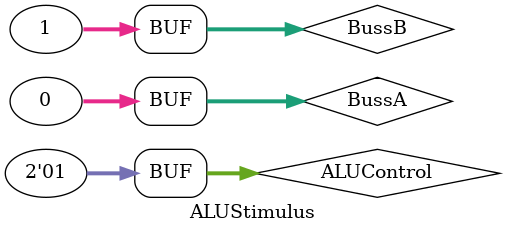
<source format=v>
`timescale 1 ps / 100 fs

`include "alu.v"

module ALUStimulus();

parameter ClockDelay = 100000;

reg [31:0] BussA, BussB;
reg [1:0] ALUControl;

wire [31:0] Output;
wire zero, overflow,CarryOut;

integer i;

// If your register file module is not named "alu" then you will
// have to change the following line in order to create an instance of
// your register file.  Also you must make sure that the port declarations
// match up with the module instance in this stimulus file.
alu alu1(Output, CarryOut, zero, overflow, BussA, BussB, ALUControl);

initial
    begin
        $monitor($time, " Output=%h, CarryOut=%b, BussA=%h, BussB=%h, ALUControl=%b, Zero=%b, Overflow=%b",
        Output, CarryOut, BussA, BussB, ALUControl, zero, overflow);

    /* Addition unit testing */
        ALUControl=00; 
        BussA=32'hDEF; BussB=32'hABC; // Should output 18AB
        #(ClockDelay);
        BussA=32'h1234; BussB=32'h0105; // Should output 1339
        #(ClockDelay);
        BussA=32'hFFFFFFFF; BussB=32'h00000001; // Should output 0000
        #(ClockDelay);

    /* Subtraction unit testing */
        ALUControl=01; 
        BussA=32'hDEF; BussB=32'hABC; // Should output 333
        #(ClockDelay);
        BussA=32'h1234; BussB=32'h0105; // Should output 112F
        #(ClockDelay);
        BussA=32'h0000; BussB=32'h0001; // Should output FFFF
        #(ClockDelay);

    /* You should test your units EXTENSIVELY here.
           We just gave a few ideas above to get you started.
           Make sure you've checked all outputs for all
           "interesting" cases. */

    end
endmodule


</source>
